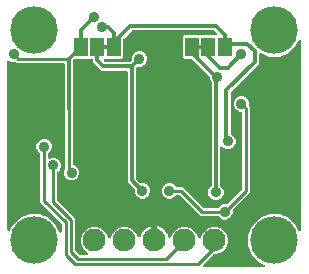
<source format=gbr>
G04 EAGLE Gerber RS-274X export*
G75*
%MOMM*%
%FSLAX34Y34*%
%LPD*%
%INBottom Copper*%
%IPPOS*%
%AMOC8*
5,1,8,0,0,1.08239X$1,22.5*%
G01*
%ADD10C,4.016000*%
%ADD11C,1.930400*%
%ADD12R,1.168400X1.600200*%
%ADD13C,0.906400*%
%ADD14C,0.889000*%
%ADD15C,0.254000*%
%ADD16C,0.304800*%

G36*
X219692Y2549D02*
X219692Y2549D01*
X219762Y2548D01*
X219849Y2569D01*
X219938Y2581D01*
X220003Y2606D01*
X220071Y2623D01*
X220151Y2665D01*
X220234Y2698D01*
X220290Y2739D01*
X220352Y2771D01*
X220419Y2832D01*
X220491Y2884D01*
X220536Y2938D01*
X220588Y2985D01*
X220637Y3060D01*
X220694Y3129D01*
X220724Y3193D01*
X220762Y3251D01*
X220792Y3336D01*
X220830Y3417D01*
X220843Y3486D01*
X220866Y3552D01*
X220873Y3641D01*
X220890Y3729D01*
X220885Y3799D01*
X220891Y3869D01*
X220875Y3957D01*
X220870Y4047D01*
X220848Y4113D01*
X220836Y4182D01*
X220799Y4264D01*
X220772Y4349D01*
X220734Y4408D01*
X220706Y4472D01*
X220650Y4542D01*
X220602Y4618D01*
X220551Y4666D01*
X220507Y4720D01*
X220435Y4775D01*
X220370Y4836D01*
X220309Y4870D01*
X220253Y4912D01*
X220109Y4983D01*
X216074Y6654D01*
X209854Y12874D01*
X206487Y21001D01*
X206487Y29799D01*
X209854Y37926D01*
X216074Y44146D01*
X224201Y47513D01*
X232999Y47513D01*
X241126Y44146D01*
X247346Y37926D01*
X249017Y33891D01*
X249052Y33831D01*
X249078Y33766D01*
X249130Y33693D01*
X249175Y33615D01*
X249223Y33565D01*
X249264Y33509D01*
X249334Y33451D01*
X249396Y33387D01*
X249456Y33350D01*
X249509Y33306D01*
X249591Y33267D01*
X249667Y33220D01*
X249734Y33200D01*
X249797Y33170D01*
X249885Y33153D01*
X249971Y33127D01*
X250041Y33124D01*
X250110Y33110D01*
X250199Y33116D01*
X250289Y33112D01*
X250357Y33126D01*
X250427Y33130D01*
X250512Y33158D01*
X250600Y33176D01*
X250663Y33207D01*
X250729Y33228D01*
X250805Y33276D01*
X250886Y33316D01*
X250939Y33361D01*
X250998Y33398D01*
X251060Y33464D01*
X251128Y33522D01*
X251168Y33579D01*
X251216Y33630D01*
X251259Y33709D01*
X251311Y33782D01*
X251336Y33847D01*
X251370Y33908D01*
X251392Y33995D01*
X251424Y34079D01*
X251432Y34149D01*
X251449Y34216D01*
X251459Y34377D01*
X251459Y194223D01*
X251451Y194292D01*
X251452Y194362D01*
X251438Y194419D01*
X251437Y194434D01*
X251430Y194457D01*
X251419Y194538D01*
X251394Y194603D01*
X251377Y194671D01*
X251335Y194751D01*
X251302Y194834D01*
X251261Y194890D01*
X251229Y194952D01*
X251168Y195019D01*
X251116Y195091D01*
X251062Y195136D01*
X251015Y195188D01*
X250940Y195237D01*
X250871Y195294D01*
X250807Y195324D01*
X250749Y195362D01*
X250664Y195392D01*
X250583Y195430D01*
X250514Y195443D01*
X250448Y195466D01*
X250359Y195473D01*
X250271Y195490D01*
X250201Y195485D01*
X250131Y195491D01*
X250043Y195475D01*
X249953Y195470D01*
X249887Y195448D01*
X249818Y195436D01*
X249736Y195399D01*
X249651Y195372D01*
X249592Y195334D01*
X249528Y195306D01*
X249458Y195250D01*
X249382Y195202D01*
X249334Y195151D01*
X249280Y195107D01*
X249225Y195035D01*
X249164Y194970D01*
X249130Y194909D01*
X249088Y194853D01*
X249017Y194709D01*
X247346Y190674D01*
X241126Y184454D01*
X232999Y181087D01*
X224201Y181087D01*
X217402Y183904D01*
X217354Y183917D01*
X217309Y183938D01*
X217201Y183959D01*
X217095Y183988D01*
X217045Y183989D01*
X216996Y183998D01*
X216887Y183991D01*
X216777Y183993D01*
X216729Y183981D01*
X216679Y183978D01*
X216575Y183944D01*
X216468Y183919D01*
X216424Y183895D01*
X216377Y183880D01*
X216284Y183821D01*
X216187Y183770D01*
X216150Y183737D01*
X216108Y183710D01*
X216033Y183630D01*
X215951Y183556D01*
X215924Y183515D01*
X215890Y183478D01*
X215837Y183382D01*
X215777Y183290D01*
X215760Y183243D01*
X215736Y183200D01*
X215709Y183094D01*
X215673Y182990D01*
X215669Y182940D01*
X215657Y182892D01*
X215647Y182731D01*
X215647Y175057D01*
X191888Y151299D01*
X191828Y151220D01*
X191760Y151148D01*
X191731Y151095D01*
X191694Y151047D01*
X191654Y150956D01*
X191606Y150870D01*
X191591Y150811D01*
X191567Y150755D01*
X191552Y150657D01*
X191527Y150562D01*
X191521Y150462D01*
X191517Y150441D01*
X191519Y150429D01*
X191517Y150401D01*
X191517Y116132D01*
X191520Y116103D01*
X191518Y116074D01*
X191540Y115946D01*
X191557Y115817D01*
X191567Y115789D01*
X191572Y115760D01*
X191626Y115642D01*
X191674Y115521D01*
X191691Y115497D01*
X191703Y115470D01*
X191784Y115369D01*
X191860Y115264D01*
X191883Y115245D01*
X191902Y115222D01*
X192005Y115144D01*
X192105Y115061D01*
X192132Y115048D01*
X192156Y115031D01*
X192300Y114960D01*
X192899Y114712D01*
X194722Y112889D01*
X195708Y110509D01*
X195708Y107931D01*
X194722Y105551D01*
X192899Y103728D01*
X190519Y102742D01*
X187941Y102742D01*
X185561Y103728D01*
X184793Y104496D01*
X184684Y104581D01*
X184577Y104670D01*
X184558Y104678D01*
X184542Y104691D01*
X184414Y104746D01*
X184289Y104805D01*
X184269Y104809D01*
X184250Y104817D01*
X184112Y104839D01*
X183976Y104865D01*
X183956Y104864D01*
X183936Y104867D01*
X183797Y104854D01*
X183659Y104845D01*
X183640Y104839D01*
X183620Y104837D01*
X183488Y104790D01*
X183357Y104747D01*
X183339Y104736D01*
X183320Y104729D01*
X183205Y104651D01*
X183088Y104577D01*
X183074Y104562D01*
X183057Y104551D01*
X182965Y104447D01*
X182870Y104345D01*
X182860Y104327D01*
X182847Y104312D01*
X182784Y104189D01*
X182716Y104067D01*
X182711Y104047D01*
X182702Y104029D01*
X182672Y103893D01*
X182637Y103759D01*
X182635Y103731D01*
X182632Y103719D01*
X182633Y103698D01*
X182627Y103598D01*
X182627Y72417D01*
X182639Y72319D01*
X182642Y72220D01*
X182659Y72161D01*
X182667Y72101D01*
X182703Y72009D01*
X182731Y71914D01*
X182761Y71862D01*
X182784Y71806D01*
X182842Y71726D01*
X182892Y71640D01*
X182958Y71565D01*
X182970Y71548D01*
X182980Y71541D01*
X182998Y71519D01*
X184562Y69956D01*
X185548Y67576D01*
X185548Y64998D01*
X184562Y62618D01*
X182739Y60795D01*
X180359Y59809D01*
X177781Y59809D01*
X175401Y60795D01*
X173578Y62618D01*
X172592Y64998D01*
X172592Y67576D01*
X173578Y69956D01*
X175142Y71519D01*
X175202Y71598D01*
X175270Y71670D01*
X175299Y71723D01*
X175336Y71771D01*
X175376Y71862D01*
X175424Y71948D01*
X175439Y72007D01*
X175463Y72063D01*
X175478Y72161D01*
X175503Y72256D01*
X175509Y72356D01*
X175513Y72377D01*
X175511Y72389D01*
X175513Y72417D01*
X175513Y158970D01*
X175501Y159068D01*
X175498Y159167D01*
X175481Y159226D01*
X175473Y159286D01*
X175437Y159378D01*
X175409Y159473D01*
X175379Y159525D01*
X175356Y159581D01*
X175298Y159661D01*
X175248Y159747D01*
X175182Y159822D01*
X175170Y159839D01*
X175160Y159846D01*
X175142Y159868D01*
X174848Y160161D01*
X173862Y162541D01*
X173862Y163482D01*
X173850Y163580D01*
X173847Y163679D01*
X173830Y163737D01*
X173822Y163798D01*
X173786Y163890D01*
X173758Y163985D01*
X173728Y164037D01*
X173705Y164093D01*
X173647Y164173D01*
X173597Y164259D01*
X173531Y164334D01*
X173519Y164351D01*
X173509Y164358D01*
X173491Y164380D01*
X159046Y178825D01*
X158967Y178885D01*
X158895Y178953D01*
X158842Y178982D01*
X158794Y179019D01*
X158703Y179059D01*
X158617Y179107D01*
X158558Y179122D01*
X158502Y179146D01*
X158404Y179161D01*
X158309Y179186D01*
X158209Y179192D01*
X158188Y179196D01*
X158176Y179194D01*
X158148Y179196D01*
X152066Y179196D01*
X150875Y180387D01*
X150875Y198073D01*
X152066Y199264D01*
X178722Y199264D01*
X178860Y199281D01*
X178998Y199294D01*
X179018Y199301D01*
X179038Y199304D01*
X179167Y199355D01*
X179298Y199402D01*
X179315Y199413D01*
X179333Y199421D01*
X179446Y199502D01*
X179561Y199580D01*
X179574Y199596D01*
X179591Y199607D01*
X179679Y199715D01*
X179771Y199819D01*
X179781Y199837D01*
X179793Y199852D01*
X179853Y199978D01*
X179916Y200102D01*
X179920Y200122D01*
X179929Y200140D01*
X179955Y200276D01*
X179986Y200412D01*
X179985Y200433D01*
X179989Y200452D01*
X179980Y200591D01*
X179976Y200730D01*
X179970Y200750D01*
X179969Y200770D01*
X179926Y200902D01*
X179888Y201036D01*
X179877Y201053D01*
X179871Y201072D01*
X179797Y201190D01*
X179726Y201310D01*
X179707Y201331D01*
X179701Y201341D01*
X179691Y201350D01*
X179690Y201352D01*
X179683Y201359D01*
X179620Y201430D01*
X177969Y203082D01*
X177890Y203142D01*
X177818Y203210D01*
X177765Y203239D01*
X177717Y203276D01*
X177626Y203316D01*
X177540Y203364D01*
X177481Y203379D01*
X177425Y203403D01*
X177327Y203418D01*
X177232Y203443D01*
X177132Y203449D01*
X177111Y203453D01*
X177099Y203451D01*
X177071Y203453D01*
X108679Y203453D01*
X108581Y203441D01*
X108482Y203438D01*
X108424Y203421D01*
X108363Y203413D01*
X108271Y203377D01*
X108176Y203349D01*
X108124Y203319D01*
X108068Y203296D01*
X107988Y203238D01*
X107902Y203188D01*
X107827Y203122D01*
X107810Y203110D01*
X107803Y203100D01*
X107781Y203082D01*
X100956Y196257D01*
X100896Y196178D01*
X100828Y196106D01*
X100799Y196053D01*
X100762Y196005D01*
X100722Y195914D01*
X100674Y195828D01*
X100659Y195769D01*
X100635Y195713D01*
X100620Y195615D01*
X100595Y195520D01*
X100589Y195420D01*
X100585Y195399D01*
X100587Y195387D01*
X100585Y195359D01*
X100585Y180387D01*
X99394Y179196D01*
X85438Y179196D01*
X85300Y179179D01*
X85162Y179166D01*
X85143Y179159D01*
X85122Y179156D01*
X84993Y179105D01*
X84862Y179058D01*
X84845Y179047D01*
X84827Y179039D01*
X84714Y178958D01*
X84599Y178880D01*
X84586Y178864D01*
X84569Y178853D01*
X84481Y178745D01*
X84389Y178641D01*
X84379Y178623D01*
X84367Y178608D01*
X84307Y178482D01*
X84244Y178358D01*
X84240Y178338D01*
X84231Y178320D01*
X84205Y178184D01*
X84174Y178048D01*
X84175Y178027D01*
X84171Y178008D01*
X84180Y177869D01*
X84184Y177730D01*
X84190Y177710D01*
X84191Y177690D01*
X84234Y177558D01*
X84272Y177424D01*
X84283Y177407D01*
X84289Y177388D01*
X84363Y177270D01*
X84434Y177150D01*
X84453Y177129D01*
X84459Y177119D01*
X84474Y177105D01*
X84540Y177029D01*
X84922Y176648D01*
X85000Y176588D01*
X85072Y176520D01*
X85125Y176491D01*
X85173Y176454D01*
X85264Y176414D01*
X85350Y176366D01*
X85409Y176351D01*
X85465Y176327D01*
X85562Y176312D01*
X85658Y176287D01*
X85758Y176281D01*
X85779Y176277D01*
X85791Y176279D01*
X85819Y176277D01*
X105951Y176277D01*
X106049Y176289D01*
X106148Y176292D01*
X106206Y176309D01*
X106267Y176317D01*
X106359Y176353D01*
X106454Y176381D01*
X106506Y176411D01*
X106562Y176434D01*
X106642Y176492D01*
X106728Y176542D01*
X106803Y176608D01*
X106820Y176620D01*
X106827Y176630D01*
X106849Y176648D01*
X107451Y177250D01*
X107511Y177329D01*
X107579Y177401D01*
X107608Y177454D01*
X107645Y177502D01*
X107685Y177593D01*
X107733Y177679D01*
X107748Y177738D01*
X107772Y177794D01*
X107787Y177892D01*
X107812Y177987D01*
X107818Y178087D01*
X107822Y178108D01*
X107820Y178120D01*
X107822Y178148D01*
X107822Y180359D01*
X108808Y182739D01*
X110631Y184562D01*
X113011Y185548D01*
X115589Y185548D01*
X117969Y184562D01*
X119792Y182739D01*
X120778Y180359D01*
X120778Y177781D01*
X119792Y175401D01*
X117969Y173578D01*
X115589Y172592D01*
X113378Y172592D01*
X113280Y172580D01*
X113181Y172577D01*
X113123Y172560D01*
X113062Y172552D01*
X112970Y172516D01*
X112875Y172488D01*
X112823Y172458D01*
X112767Y172435D01*
X112687Y172377D01*
X112601Y172327D01*
X112526Y172261D01*
X112509Y172249D01*
X112502Y172239D01*
X112480Y172221D01*
X111878Y171619D01*
X111818Y171540D01*
X111750Y171468D01*
X111721Y171415D01*
X111684Y171367D01*
X111644Y171276D01*
X111596Y171190D01*
X111581Y171131D01*
X111557Y171075D01*
X111542Y170977D01*
X111517Y170882D01*
X111511Y170782D01*
X111507Y170761D01*
X111509Y170749D01*
X111507Y170721D01*
X111507Y78199D01*
X111519Y78101D01*
X111522Y78002D01*
X111539Y77944D01*
X111547Y77883D01*
X111583Y77791D01*
X111611Y77696D01*
X111641Y77644D01*
X111664Y77588D01*
X111722Y77508D01*
X111772Y77422D01*
X111838Y77347D01*
X111850Y77330D01*
X111860Y77323D01*
X111878Y77301D01*
X115020Y74159D01*
X115099Y74099D01*
X115171Y74031D01*
X115224Y74002D01*
X115272Y73965D01*
X115363Y73925D01*
X115449Y73877D01*
X115508Y73862D01*
X115564Y73838D01*
X115662Y73823D01*
X115757Y73798D01*
X115857Y73792D01*
X115878Y73788D01*
X115890Y73790D01*
X115918Y73788D01*
X118129Y73788D01*
X120509Y72802D01*
X122332Y70979D01*
X123318Y68599D01*
X123318Y66021D01*
X122332Y63641D01*
X120509Y61818D01*
X118129Y60832D01*
X115551Y60832D01*
X113171Y61818D01*
X111348Y63641D01*
X110362Y66021D01*
X110362Y68232D01*
X110350Y68330D01*
X110347Y68429D01*
X110330Y68487D01*
X110322Y68548D01*
X110286Y68640D01*
X110258Y68735D01*
X110228Y68787D01*
X110205Y68843D01*
X110147Y68923D01*
X110097Y69009D01*
X110031Y69084D01*
X110019Y69101D01*
X110009Y69108D01*
X109991Y69130D01*
X104393Y74727D01*
X104393Y167894D01*
X104378Y168012D01*
X104371Y168131D01*
X104358Y168169D01*
X104353Y168210D01*
X104310Y168320D01*
X104273Y168433D01*
X104251Y168468D01*
X104236Y168505D01*
X104167Y168601D01*
X104103Y168702D01*
X104073Y168730D01*
X104050Y168763D01*
X103958Y168839D01*
X103871Y168920D01*
X103836Y168940D01*
X103805Y168965D01*
X103697Y169016D01*
X103593Y169074D01*
X103553Y169084D01*
X103517Y169101D01*
X103400Y169123D01*
X103285Y169153D01*
X103225Y169157D01*
X103205Y169161D01*
X103184Y169159D01*
X103124Y169163D01*
X82347Y169163D01*
X75183Y176327D01*
X75183Y177927D01*
X75168Y178045D01*
X75161Y178164D01*
X75148Y178202D01*
X75143Y178243D01*
X75100Y178353D01*
X75063Y178466D01*
X75041Y178501D01*
X75026Y178538D01*
X74957Y178634D01*
X74893Y178735D01*
X74863Y178763D01*
X74840Y178796D01*
X74748Y178872D01*
X74661Y178953D01*
X74626Y178973D01*
X74595Y178998D01*
X74487Y179049D01*
X74383Y179107D01*
X74343Y179117D01*
X74307Y179134D01*
X74190Y179156D01*
X74075Y179186D01*
X74015Y179190D01*
X73995Y179194D01*
X73974Y179192D01*
X73914Y179196D01*
X60292Y179196D01*
X60194Y179184D01*
X60095Y179181D01*
X60037Y179164D01*
X59976Y179156D01*
X59884Y179120D01*
X59789Y179092D01*
X59737Y179062D01*
X59681Y179039D01*
X59601Y178981D01*
X59515Y178931D01*
X59440Y178865D01*
X59423Y178853D01*
X59416Y178843D01*
X59394Y178825D01*
X58538Y177969D01*
X58478Y177890D01*
X58410Y177818D01*
X58381Y177765D01*
X58344Y177717D01*
X58304Y177626D01*
X58256Y177540D01*
X58241Y177481D01*
X58217Y177425D01*
X58202Y177327D01*
X58177Y177232D01*
X58171Y177132D01*
X58167Y177111D01*
X58169Y177099D01*
X58167Y177071D01*
X58167Y134938D01*
X58156Y134927D01*
X58127Y134874D01*
X58090Y134826D01*
X58050Y134735D01*
X58002Y134648D01*
X57987Y134590D01*
X57963Y134534D01*
X57948Y134436D01*
X57923Y134340D01*
X57917Y134240D01*
X57913Y134220D01*
X57915Y134208D01*
X57913Y134180D01*
X57913Y90208D01*
X57916Y90179D01*
X57914Y90149D01*
X57936Y90021D01*
X57953Y89892D01*
X57963Y89865D01*
X57968Y89836D01*
X58022Y89717D01*
X58070Y89597D01*
X58087Y89573D01*
X58099Y89546D01*
X58180Y89444D01*
X58256Y89339D01*
X58279Y89320D01*
X58298Y89297D01*
X58401Y89219D01*
X58501Y89136D01*
X58528Y89124D01*
X58552Y89106D01*
X58696Y89035D01*
X60624Y88237D01*
X62447Y86414D01*
X63433Y84034D01*
X63433Y81456D01*
X62447Y79076D01*
X60624Y77253D01*
X58244Y76267D01*
X55666Y76267D01*
X53286Y77253D01*
X51463Y79076D01*
X50477Y81456D01*
X50477Y84034D01*
X51211Y85804D01*
X51213Y85813D01*
X51218Y85821D01*
X51240Y85908D01*
X51245Y85918D01*
X51251Y85952D01*
X51255Y85966D01*
X51295Y86111D01*
X51295Y86120D01*
X51297Y86129D01*
X51303Y86221D01*
X51305Y86231D01*
X51304Y86240D01*
X51307Y86290D01*
X51307Y134180D01*
X51295Y134278D01*
X51292Y134377D01*
X51275Y134435D01*
X51267Y134495D01*
X51231Y134587D01*
X51203Y134682D01*
X51173Y134735D01*
X51150Y134791D01*
X51092Y134871D01*
X51053Y134937D01*
X51053Y174498D01*
X51038Y174616D01*
X51031Y174735D01*
X51018Y174773D01*
X51013Y174814D01*
X50970Y174924D01*
X50933Y175037D01*
X50911Y175072D01*
X50896Y175109D01*
X50827Y175205D01*
X50763Y175306D01*
X50733Y175334D01*
X50710Y175367D01*
X50618Y175443D01*
X50531Y175524D01*
X50496Y175544D01*
X50465Y175569D01*
X50357Y175620D01*
X50253Y175678D01*
X50213Y175688D01*
X50177Y175705D01*
X50060Y175727D01*
X49945Y175757D01*
X49885Y175761D01*
X49865Y175765D01*
X49844Y175763D01*
X49784Y175767D01*
X10605Y175767D01*
X10070Y176302D01*
X9992Y176363D01*
X9920Y176430D01*
X9867Y176460D01*
X9819Y176497D01*
X9728Y176536D01*
X9641Y176584D01*
X9583Y176599D01*
X9527Y176623D01*
X9429Y176639D01*
X9333Y176663D01*
X9233Y176670D01*
X9213Y176673D01*
X9201Y176672D01*
X9173Y176674D01*
X6603Y176674D01*
X4296Y177629D01*
X4248Y177642D01*
X4203Y177664D01*
X4095Y177684D01*
X3989Y177713D01*
X3939Y177714D01*
X3890Y177723D01*
X3781Y177717D01*
X3671Y177718D01*
X3623Y177707D01*
X3573Y177704D01*
X3469Y177670D01*
X3362Y177644D01*
X3318Y177621D01*
X3271Y177606D01*
X3178Y177547D01*
X3081Y177495D01*
X3044Y177462D01*
X3002Y177435D01*
X2927Y177355D01*
X2845Y177281D01*
X2818Y177240D01*
X2784Y177204D01*
X2731Y177108D01*
X2671Y177016D01*
X2654Y176969D01*
X2630Y176925D01*
X2604Y176823D01*
X2603Y176821D01*
X2602Y176817D01*
X2567Y176715D01*
X2563Y176665D01*
X2551Y176617D01*
X2544Y176514D01*
X2543Y176508D01*
X2544Y176503D01*
X2541Y176457D01*
X2541Y34377D01*
X2549Y34308D01*
X2548Y34238D01*
X2569Y34151D01*
X2581Y34062D01*
X2606Y33997D01*
X2623Y33929D01*
X2665Y33849D01*
X2698Y33766D01*
X2739Y33709D01*
X2771Y33648D01*
X2832Y33581D01*
X2884Y33509D01*
X2938Y33464D01*
X2985Y33412D01*
X3060Y33363D01*
X3129Y33306D01*
X3193Y33276D01*
X3251Y33238D01*
X3336Y33208D01*
X3417Y33170D01*
X3486Y33157D01*
X3552Y33134D01*
X3641Y33127D01*
X3729Y33110D01*
X3799Y33115D01*
X3869Y33109D01*
X3957Y33125D01*
X4047Y33130D01*
X4113Y33152D01*
X4182Y33164D01*
X4264Y33201D01*
X4349Y33228D01*
X4408Y33266D01*
X4472Y33294D01*
X4542Y33350D01*
X4618Y33398D01*
X4666Y33449D01*
X4720Y33493D01*
X4775Y33565D01*
X4836Y33630D01*
X4870Y33691D01*
X4912Y33747D01*
X4983Y33891D01*
X6654Y37926D01*
X12874Y44146D01*
X21001Y47513D01*
X29799Y47513D01*
X37926Y44146D01*
X44146Y37926D01*
X46325Y32665D01*
X46360Y32604D01*
X46386Y32539D01*
X46438Y32467D01*
X46483Y32389D01*
X46531Y32339D01*
X46572Y32282D01*
X46642Y32225D01*
X46704Y32160D01*
X46764Y32124D01*
X46817Y32079D01*
X46899Y32041D01*
X46975Y31994D01*
X47042Y31974D01*
X47105Y31944D01*
X47193Y31927D01*
X47279Y31900D01*
X47349Y31897D01*
X47418Y31884D01*
X47507Y31890D01*
X47597Y31885D01*
X47665Y31899D01*
X47735Y31904D01*
X47820Y31931D01*
X47908Y31950D01*
X47971Y31980D01*
X48037Y32002D01*
X48113Y32050D01*
X48194Y32089D01*
X48247Y32135D01*
X48306Y32172D01*
X48368Y32237D01*
X48436Y32296D01*
X48476Y32353D01*
X48524Y32404D01*
X48567Y32482D01*
X48619Y32556D01*
X48644Y32621D01*
X48678Y32682D01*
X48700Y32769D01*
X48732Y32853D01*
X48740Y32923D01*
X48757Y32990D01*
X48767Y33151D01*
X48767Y38746D01*
X48755Y38844D01*
X48752Y38943D01*
X48735Y39002D01*
X48727Y39062D01*
X48691Y39154D01*
X48663Y39249D01*
X48633Y39301D01*
X48610Y39357D01*
X48552Y39437D01*
X48502Y39523D01*
X48436Y39598D01*
X48424Y39615D01*
X48414Y39623D01*
X48396Y39644D01*
X30295Y57744D01*
X30295Y98449D01*
X30282Y98547D01*
X30279Y98646D01*
X30263Y98704D01*
X30255Y98764D01*
X30219Y98856D01*
X30191Y98951D01*
X30160Y99003D01*
X30138Y99060D01*
X30080Y99140D01*
X30029Y99225D01*
X29963Y99301D01*
X29951Y99317D01*
X29942Y99325D01*
X29923Y99346D01*
X28106Y101163D01*
X27120Y103544D01*
X27120Y106121D01*
X28106Y108502D01*
X29928Y110324D01*
X32309Y111310D01*
X34886Y111310D01*
X37267Y110324D01*
X39089Y108502D01*
X40075Y106121D01*
X40075Y103544D01*
X39089Y101163D01*
X37272Y99346D01*
X37211Y99268D01*
X37143Y99196D01*
X37114Y99143D01*
X37077Y99095D01*
X37038Y99004D01*
X36990Y98917D01*
X36975Y98859D01*
X36951Y98803D01*
X36935Y98705D01*
X36911Y98609D01*
X36904Y98509D01*
X36901Y98489D01*
X36902Y98477D01*
X36900Y98449D01*
X36900Y95970D01*
X36907Y95921D01*
X36904Y95871D01*
X36926Y95764D01*
X36940Y95655D01*
X36958Y95608D01*
X36968Y95560D01*
X37017Y95461D01*
X37057Y95359D01*
X37086Y95319D01*
X37108Y95274D01*
X37179Y95190D01*
X37244Y95102D01*
X37282Y95070D01*
X37315Y95032D01*
X37404Y94969D01*
X37489Y94899D01*
X37534Y94878D01*
X37575Y94849D01*
X37677Y94810D01*
X37777Y94763D01*
X37825Y94754D01*
X37872Y94736D01*
X37981Y94724D01*
X38089Y94703D01*
X38139Y94707D01*
X38188Y94701D01*
X38297Y94716D01*
X38406Y94723D01*
X38454Y94739D01*
X38503Y94745D01*
X38655Y94798D01*
X40056Y95378D01*
X42633Y95378D01*
X45014Y94392D01*
X46836Y92569D01*
X47822Y90189D01*
X47822Y87611D01*
X46836Y85231D01*
X45019Y83414D01*
X44958Y83335D01*
X44890Y83263D01*
X44861Y83210D01*
X44824Y83162D01*
X44785Y83071D01*
X44737Y82985D01*
X44722Y82926D01*
X44698Y82870D01*
X44682Y82772D01*
X44658Y82677D01*
X44652Y82598D01*
X44650Y82584D01*
X44651Y82573D01*
X44648Y82556D01*
X44649Y82544D01*
X44647Y82516D01*
X44647Y59725D01*
X44660Y59627D01*
X44663Y59528D01*
X44680Y59470D01*
X44687Y59410D01*
X44724Y59317D01*
X44751Y59222D01*
X44782Y59170D01*
X44804Y59114D01*
X44862Y59034D01*
X44913Y58948D01*
X44979Y58873D01*
X44991Y58856D01*
X45000Y58849D01*
X45019Y58828D01*
X59945Y43902D01*
X59945Y17134D01*
X59957Y17036D01*
X59960Y16937D01*
X59977Y16878D01*
X59985Y16818D01*
X60021Y16726D01*
X60049Y16631D01*
X60079Y16579D01*
X60102Y16523D01*
X60160Y16443D01*
X60210Y16357D01*
X60276Y16282D01*
X60288Y16265D01*
X60298Y16257D01*
X60316Y16236D01*
X63226Y13326D01*
X63305Y13266D01*
X63377Y13198D01*
X63430Y13169D01*
X63478Y13132D01*
X63569Y13092D01*
X63655Y13044D01*
X63714Y13029D01*
X63769Y13005D01*
X63867Y12990D01*
X63963Y12965D01*
X64063Y12959D01*
X64084Y12955D01*
X64096Y12957D01*
X64124Y12955D01*
X69331Y12955D01*
X69400Y12963D01*
X69470Y12962D01*
X69557Y12983D01*
X69646Y12995D01*
X69711Y13020D01*
X69779Y13037D01*
X69859Y13079D01*
X69942Y13112D01*
X69999Y13153D01*
X70060Y13185D01*
X70127Y13246D01*
X70199Y13298D01*
X70244Y13352D01*
X70296Y13399D01*
X70345Y13474D01*
X70402Y13543D01*
X70432Y13607D01*
X70470Y13665D01*
X70500Y13750D01*
X70538Y13831D01*
X70551Y13900D01*
X70574Y13966D01*
X70581Y14055D01*
X70598Y14143D01*
X70593Y14213D01*
X70599Y14283D01*
X70583Y14371D01*
X70578Y14461D01*
X70556Y14527D01*
X70544Y14596D01*
X70508Y14678D01*
X70480Y14763D01*
X70443Y14822D01*
X70414Y14886D01*
X70358Y14956D01*
X70310Y15032D01*
X70259Y15080D01*
X70215Y15134D01*
X70144Y15188D01*
X70078Y15250D01*
X70017Y15284D01*
X69961Y15326D01*
X69817Y15397D01*
X69581Y15494D01*
X66294Y18781D01*
X64515Y23076D01*
X64515Y27724D01*
X66294Y32019D01*
X69581Y35306D01*
X73876Y37085D01*
X78524Y37085D01*
X82819Y35306D01*
X86106Y32019D01*
X87727Y28104D01*
X87796Y27984D01*
X87861Y27860D01*
X87875Y27846D01*
X87885Y27828D01*
X87982Y27728D01*
X88075Y27625D01*
X88092Y27614D01*
X88106Y27599D01*
X88224Y27527D01*
X88341Y27450D01*
X88360Y27444D01*
X88377Y27433D01*
X88510Y27392D01*
X88642Y27347D01*
X88662Y27346D01*
X88681Y27340D01*
X88820Y27333D01*
X88959Y27322D01*
X88979Y27325D01*
X88999Y27324D01*
X89135Y27353D01*
X89272Y27376D01*
X89290Y27385D01*
X89310Y27389D01*
X89436Y27450D01*
X89562Y27507D01*
X89578Y27520D01*
X89596Y27528D01*
X89702Y27619D01*
X89810Y27706D01*
X89823Y27722D01*
X89838Y27735D01*
X89918Y27849D01*
X90002Y27960D01*
X90014Y27985D01*
X90021Y27995D01*
X90028Y28014D01*
X90073Y28104D01*
X91694Y32019D01*
X94981Y35306D01*
X99276Y37085D01*
X103924Y37085D01*
X108219Y35306D01*
X111506Y32019D01*
X112893Y28670D01*
X112899Y28659D01*
X112900Y28656D01*
X112908Y28644D01*
X112917Y28616D01*
X112986Y28506D01*
X113050Y28394D01*
X113071Y28372D01*
X113087Y28347D01*
X113182Y28258D01*
X113272Y28165D01*
X113297Y28150D01*
X113319Y28129D01*
X113433Y28067D01*
X113543Y27999D01*
X113571Y27990D01*
X113598Y27976D01*
X113723Y27944D01*
X113847Y27906D01*
X113877Y27904D01*
X113906Y27897D01*
X114035Y27897D01*
X114164Y27890D01*
X114194Y27896D01*
X114224Y27896D01*
X114349Y27929D01*
X114476Y27955D01*
X114503Y27968D01*
X114532Y27975D01*
X114645Y28037D01*
X114762Y28094D01*
X114784Y28114D01*
X114811Y28128D01*
X114905Y28217D01*
X115004Y28301D01*
X115021Y28325D01*
X115043Y28346D01*
X115112Y28455D01*
X115187Y28561D01*
X115197Y28589D01*
X115213Y28614D01*
X115273Y28764D01*
X115701Y30080D01*
X116572Y31790D01*
X117700Y33343D01*
X119057Y34700D01*
X120610Y35828D01*
X122320Y36699D01*
X124145Y37293D01*
X124501Y37349D01*
X124501Y26630D01*
X124516Y26512D01*
X124523Y26393D01*
X124535Y26355D01*
X124541Y26315D01*
X124584Y26204D01*
X124621Y26091D01*
X124643Y26057D01*
X124658Y26019D01*
X124727Y25923D01*
X124791Y25822D01*
X124821Y25794D01*
X124844Y25762D01*
X124936Y25686D01*
X125023Y25604D01*
X125058Y25585D01*
X125089Y25559D01*
X125197Y25508D01*
X125301Y25451D01*
X125341Y25441D01*
X125377Y25423D01*
X125494Y25401D01*
X125609Y25371D01*
X125669Y25367D01*
X125689Y25364D01*
X125710Y25365D01*
X125770Y25361D01*
X128230Y25361D01*
X128348Y25376D01*
X128467Y25383D01*
X128505Y25396D01*
X128546Y25401D01*
X128656Y25445D01*
X128769Y25481D01*
X128804Y25503D01*
X128841Y25518D01*
X128937Y25588D01*
X129038Y25651D01*
X129066Y25681D01*
X129099Y25705D01*
X129175Y25796D01*
X129256Y25883D01*
X129276Y25918D01*
X129301Y25950D01*
X129352Y26057D01*
X129410Y26162D01*
X129420Y26201D01*
X129437Y26237D01*
X129459Y26354D01*
X129489Y26470D01*
X129493Y26530D01*
X129497Y26550D01*
X129495Y26570D01*
X129497Y26576D01*
X129496Y26583D01*
X129499Y26630D01*
X129499Y37349D01*
X129855Y37293D01*
X131680Y36699D01*
X133390Y35828D01*
X134943Y34700D01*
X136300Y33343D01*
X137428Y31790D01*
X138299Y30080D01*
X138727Y28764D01*
X138740Y28737D01*
X138747Y28708D01*
X138770Y28664D01*
X138773Y28656D01*
X138783Y28640D01*
X138808Y28593D01*
X138863Y28476D01*
X138882Y28453D01*
X138896Y28426D01*
X138983Y28330D01*
X139065Y28231D01*
X139090Y28213D01*
X139110Y28191D01*
X139218Y28120D01*
X139323Y28044D01*
X139350Y28033D01*
X139375Y28016D01*
X139498Y27974D01*
X139618Y27927D01*
X139648Y27923D01*
X139676Y27913D01*
X139805Y27903D01*
X139934Y27887D01*
X139963Y27890D01*
X139993Y27888D01*
X140121Y27910D01*
X140249Y27926D01*
X140277Y27937D01*
X140306Y27942D01*
X140425Y27995D01*
X140545Y28043D01*
X140569Y28061D01*
X140596Y28073D01*
X140698Y28154D01*
X140802Y28230D01*
X140821Y28253D01*
X140845Y28271D01*
X140923Y28375D01*
X141005Y28475D01*
X141018Y28502D01*
X141036Y28526D01*
X141107Y28670D01*
X142494Y32019D01*
X145781Y35306D01*
X150076Y37085D01*
X154724Y37085D01*
X159019Y35306D01*
X162306Y32019D01*
X163927Y28104D01*
X163996Y27984D01*
X164061Y27860D01*
X164075Y27846D01*
X164085Y27828D01*
X164182Y27728D01*
X164275Y27625D01*
X164292Y27614D01*
X164306Y27599D01*
X164424Y27527D01*
X164541Y27450D01*
X164560Y27444D01*
X164577Y27433D01*
X164710Y27392D01*
X164842Y27347D01*
X164862Y27346D01*
X164881Y27340D01*
X165020Y27333D01*
X165159Y27322D01*
X165179Y27325D01*
X165199Y27324D01*
X165335Y27353D01*
X165472Y27376D01*
X165490Y27385D01*
X165510Y27389D01*
X165636Y27450D01*
X165762Y27507D01*
X165778Y27520D01*
X165796Y27528D01*
X165902Y27619D01*
X166010Y27706D01*
X166023Y27722D01*
X166038Y27735D01*
X166118Y27849D01*
X166202Y27960D01*
X166214Y27985D01*
X166221Y27995D01*
X166228Y28014D01*
X166273Y28104D01*
X167894Y32019D01*
X171181Y35306D01*
X175476Y37085D01*
X180124Y37085D01*
X184419Y35306D01*
X187706Y32019D01*
X189485Y27724D01*
X189485Y23076D01*
X187706Y18781D01*
X184419Y15494D01*
X180124Y13715D01*
X177662Y13715D01*
X177564Y13703D01*
X177465Y13700D01*
X177406Y13683D01*
X177346Y13675D01*
X177254Y13639D01*
X177159Y13611D01*
X177107Y13581D01*
X177051Y13558D01*
X176971Y13500D01*
X176885Y13450D01*
X176810Y13384D01*
X176793Y13372D01*
X176785Y13362D01*
X176764Y13344D01*
X168128Y4707D01*
X168043Y4598D01*
X167954Y4491D01*
X167946Y4472D01*
X167933Y4456D01*
X167878Y4328D01*
X167819Y4203D01*
X167815Y4183D01*
X167807Y4164D01*
X167785Y4026D01*
X167759Y3890D01*
X167760Y3870D01*
X167757Y3850D01*
X167770Y3711D01*
X167779Y3573D01*
X167785Y3554D01*
X167787Y3534D01*
X167834Y3402D01*
X167877Y3271D01*
X167888Y3253D01*
X167895Y3234D01*
X167973Y3119D01*
X168047Y3002D01*
X168062Y2988D01*
X168073Y2971D01*
X168177Y2879D01*
X168279Y2784D01*
X168296Y2774D01*
X168312Y2761D01*
X168436Y2697D01*
X168557Y2630D01*
X168577Y2625D01*
X168595Y2616D01*
X168731Y2586D01*
X168865Y2551D01*
X168893Y2549D01*
X168905Y2546D01*
X168926Y2547D01*
X169026Y2541D01*
X219623Y2541D01*
X219692Y2549D01*
G37*
%LPC*%
G36*
X185401Y43052D02*
X185401Y43052D01*
X183021Y44038D01*
X181204Y45856D01*
X181125Y45916D01*
X181053Y45984D01*
X181000Y46013D01*
X180952Y46050D01*
X180861Y46090D01*
X180775Y46138D01*
X180716Y46153D01*
X180660Y46177D01*
X180562Y46192D01*
X180467Y46217D01*
X180367Y46223D01*
X180346Y46227D01*
X180334Y46225D01*
X180306Y46227D01*
X166272Y46227D01*
X148864Y63636D01*
X148785Y63696D01*
X148713Y63764D01*
X148660Y63793D01*
X148612Y63830D01*
X148521Y63870D01*
X148435Y63918D01*
X148376Y63933D01*
X148321Y63957D01*
X148223Y63972D01*
X148127Y63997D01*
X148027Y64003D01*
X148006Y64007D01*
X147994Y64005D01*
X147966Y64007D01*
X146084Y64007D01*
X145986Y63995D01*
X145887Y63992D01*
X145828Y63975D01*
X145768Y63967D01*
X145676Y63931D01*
X145581Y63903D01*
X145529Y63873D01*
X145473Y63850D01*
X145393Y63792D01*
X145307Y63742D01*
X145232Y63676D01*
X145215Y63664D01*
X145208Y63654D01*
X145186Y63636D01*
X143369Y61818D01*
X140989Y60832D01*
X138411Y60832D01*
X136031Y61818D01*
X134208Y63641D01*
X133222Y66021D01*
X133222Y68599D01*
X134208Y70979D01*
X136031Y72802D01*
X138411Y73788D01*
X140989Y73788D01*
X143369Y72802D01*
X145186Y70984D01*
X145265Y70924D01*
X145337Y70856D01*
X145390Y70827D01*
X145438Y70790D01*
X145529Y70750D01*
X145615Y70702D01*
X145674Y70687D01*
X145730Y70663D01*
X145828Y70648D01*
X145923Y70623D01*
X146023Y70617D01*
X146044Y70613D01*
X146056Y70615D01*
X146084Y70613D01*
X151228Y70613D01*
X168636Y53204D01*
X168715Y53144D01*
X168787Y53076D01*
X168840Y53047D01*
X168888Y53010D01*
X168979Y52970D01*
X169065Y52922D01*
X169124Y52907D01*
X169179Y52883D01*
X169277Y52868D01*
X169373Y52843D01*
X169473Y52837D01*
X169494Y52833D01*
X169506Y52835D01*
X169534Y52833D01*
X180306Y52833D01*
X180404Y52845D01*
X180503Y52848D01*
X180562Y52865D01*
X180622Y52873D01*
X180714Y52909D01*
X180809Y52937D01*
X180861Y52967D01*
X180917Y52990D01*
X180997Y53048D01*
X181083Y53098D01*
X181158Y53164D01*
X181175Y53176D01*
X181182Y53186D01*
X181204Y53204D01*
X183021Y55022D01*
X185401Y56008D01*
X187971Y56008D01*
X188069Y56020D01*
X188168Y56023D01*
X188227Y56040D01*
X188287Y56048D01*
X188379Y56084D01*
X188474Y56112D01*
X188526Y56142D01*
X188582Y56165D01*
X188662Y56223D01*
X188748Y56273D01*
X188823Y56339D01*
X188840Y56351D01*
X188848Y56361D01*
X188869Y56379D01*
X200796Y68306D01*
X200856Y68385D01*
X200924Y68457D01*
X200953Y68510D01*
X200990Y68558D01*
X201030Y68649D01*
X201078Y68735D01*
X201093Y68794D01*
X201117Y68849D01*
X201132Y68947D01*
X201157Y69043D01*
X201163Y69143D01*
X201167Y69164D01*
X201165Y69176D01*
X201167Y69204D01*
X201167Y133223D01*
X201152Y133341D01*
X201145Y133460D01*
X201132Y133498D01*
X201127Y133539D01*
X201084Y133649D01*
X201047Y133762D01*
X201025Y133797D01*
X201010Y133834D01*
X200941Y133930D01*
X200877Y134031D01*
X200847Y134059D01*
X200824Y134092D01*
X200732Y134168D01*
X200645Y134249D01*
X200610Y134269D01*
X200579Y134294D01*
X200471Y134345D01*
X200367Y134403D01*
X200327Y134413D01*
X200291Y134430D01*
X200174Y134452D01*
X200059Y134482D01*
X199999Y134486D01*
X199979Y134490D01*
X199958Y134488D01*
X199898Y134492D01*
X199371Y134492D01*
X196991Y135478D01*
X195168Y137301D01*
X194182Y139681D01*
X194182Y142259D01*
X195168Y144639D01*
X196991Y146462D01*
X199371Y147448D01*
X201949Y147448D01*
X204329Y146462D01*
X206152Y144639D01*
X207138Y142259D01*
X207138Y139689D01*
X207150Y139591D01*
X207153Y139492D01*
X207170Y139433D01*
X207178Y139373D01*
X207214Y139281D01*
X207242Y139186D01*
X207272Y139134D01*
X207295Y139078D01*
X207353Y138998D01*
X207403Y138912D01*
X207469Y138837D01*
X207481Y138820D01*
X207491Y138812D01*
X207509Y138791D01*
X207773Y138528D01*
X207773Y65942D01*
X193539Y51709D01*
X193479Y51630D01*
X193411Y51558D01*
X193382Y51505D01*
X193345Y51457D01*
X193305Y51366D01*
X193257Y51280D01*
X193242Y51221D01*
X193218Y51166D01*
X193203Y51068D01*
X193178Y50972D01*
X193172Y50872D01*
X193168Y50851D01*
X193170Y50839D01*
X193168Y50811D01*
X193168Y48241D01*
X192182Y45861D01*
X190359Y44038D01*
X187979Y43052D01*
X185401Y43052D01*
G37*
%LPD*%
D10*
X25400Y203200D03*
X228600Y203200D03*
X25400Y25400D03*
X228600Y25400D03*
D11*
X76200Y25400D03*
X101600Y25400D03*
X127000Y25400D03*
X152400Y25400D03*
X177800Y25400D03*
D12*
X158750Y189230D03*
X186690Y189230D03*
X172720Y189230D03*
X64770Y189230D03*
X92710Y189230D03*
X78740Y189230D03*
D13*
X12700Y116840D03*
X127000Y121920D03*
X85090Y163830D03*
X191770Y86360D03*
X242570Y115570D03*
X57150Y63500D03*
X36830Y148590D03*
X128270Y196850D03*
X243840Y177800D03*
D14*
X33598Y104832D03*
D15*
X33598Y59112D01*
X52070Y40640D01*
X52070Y12700D01*
X59690Y5080D01*
X177800Y19050D02*
X177800Y25400D01*
X163830Y5080D02*
X59690Y5080D01*
X163830Y5080D02*
X177800Y19050D01*
D14*
X41345Y88900D03*
D15*
X41345Y57831D01*
X56642Y42534D01*
X56642Y15240D02*
X62230Y9652D01*
X137160Y9652D01*
X152400Y24892D01*
X152400Y25400D01*
X56642Y15240D02*
X56642Y42534D01*
D14*
X139700Y67310D03*
D15*
X149860Y67310D01*
X167640Y49530D02*
X186690Y49530D01*
X167640Y49530D02*
X149860Y67310D01*
D14*
X186690Y49530D03*
X200660Y140970D03*
D15*
X204470Y137160D01*
X204470Y67310D01*
X186690Y49530D01*
D14*
X7891Y183151D03*
D15*
X54610Y85090D02*
X56955Y82745D01*
D14*
X56955Y82745D03*
D15*
X54610Y131353D02*
X54610Y136433D01*
X54610Y131353D02*
X54610Y85090D01*
D14*
X180340Y163830D03*
D16*
X180340Y162560D01*
D14*
X179070Y66287D03*
D16*
X179070Y163830D01*
X64770Y189230D02*
X54610Y179070D01*
X54610Y136433D01*
X158750Y184150D02*
X179070Y163830D01*
X180340Y162560D01*
D14*
X76200Y214630D03*
D16*
X64770Y203200D01*
X64770Y189230D01*
X158750Y189230D02*
X163322Y184658D01*
X163322Y179756D01*
X179070Y164008D02*
X179070Y163830D01*
X179070Y164008D02*
X163322Y179756D01*
D15*
X11973Y179070D02*
X7891Y183151D01*
X11973Y179070D02*
X54610Y179070D01*
D16*
X92710Y189230D02*
X92710Y193040D01*
X106680Y207010D01*
X179070Y207010D01*
X186690Y199390D01*
X186690Y189230D01*
D14*
X82550Y205740D03*
D16*
X87630Y205740D02*
X92710Y200660D01*
X87630Y205740D02*
X82550Y205740D01*
X92710Y200660D02*
X92710Y193040D01*
D14*
X189230Y109220D03*
D16*
X186690Y189230D02*
X189230Y191770D01*
X205740Y191770D01*
X212090Y185420D01*
X212090Y176530D02*
X187960Y152400D01*
X187960Y110490D01*
X189230Y109220D01*
X212090Y176530D02*
X212090Y185420D01*
X172720Y189230D02*
X172720Y181610D01*
D14*
X200660Y182880D03*
D16*
X189611Y171831D01*
X182499Y171831D01*
X172720Y181610D01*
D14*
X116840Y67310D03*
D16*
X107950Y76200D01*
X107950Y172720D02*
X114300Y179070D01*
D14*
X114300Y179070D03*
D16*
X107950Y172720D02*
X107950Y76200D01*
X78740Y177800D02*
X78740Y189230D01*
X83820Y172720D02*
X107950Y172720D01*
X83820Y172720D02*
X78740Y177800D01*
X163830Y189230D02*
X167640Y189230D01*
X87630Y189230D02*
X83820Y189230D01*
M02*

</source>
